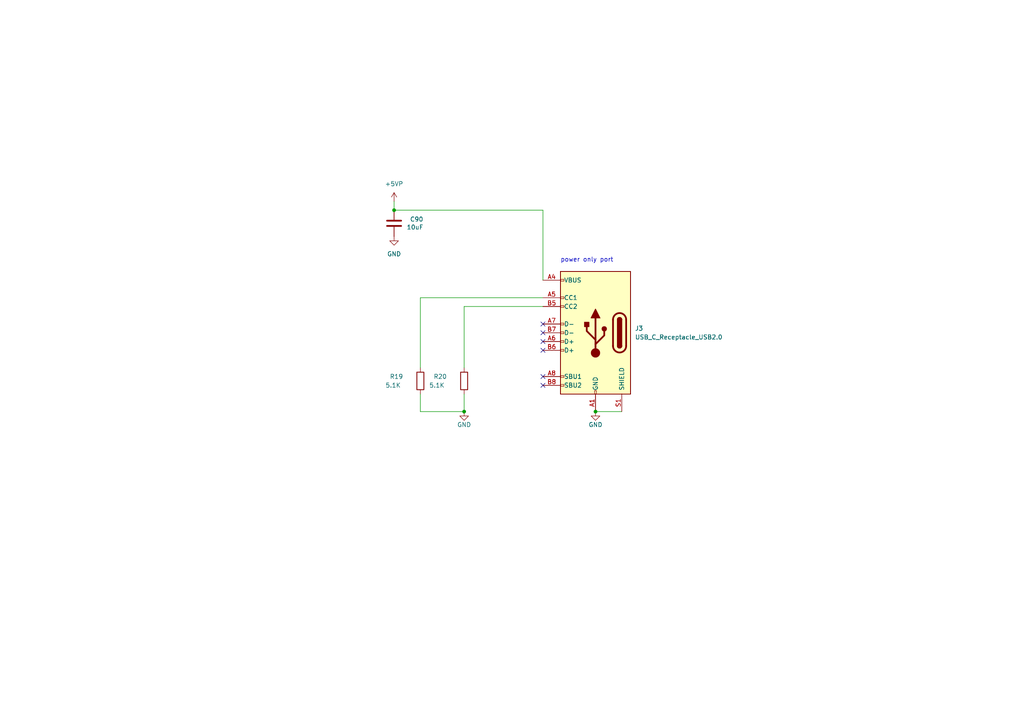
<source format=kicad_sch>
(kicad_sch (version 20231120) (generator "eeschema") (generator_version "8.0")
  (paper "A4")
  (title_block (title "USB Connector") (date "2024-06-09") (rev "R0.10") (company "Copyright 2024 Anhang Li, Wenting Zhang") (comment 2 "MERCHANTABILITY, SATISFACTORY QUALITY AND FITNESS FOR A PARTICULAR PURPOSE.") (comment 3 "This source is distributed WITHOUT ANY EXPRESS OR IMPLIED WARRANTY, INCLUDING OF") (comment 4 "This source describes Open Hardware and is licensed under the CERN-OHL-P v2."))
  (lib_symbols
    (symbol "Connector:USB_C_Receptacle_USB2.0" (pin_names (offset 1.016))
      (property "Reference" "J" (at -10.16 19.05 0))
      (property "Value" "USB_C_Receptacle_USB2.0" (at 19.05 19.05 0))
      (symbol "USB_C_Receptacle_USB2.0_0_0"
        (rectangle (start -0.254 -17.78) (end 0.254 -16.764))
        (rectangle (start 10.16 -14.986) (end 9.144 -15.494))
        (rectangle (start 10.16 -12.446) (end 9.144 -12.954))
        (rectangle (start 10.16 -4.826) (end 9.144 -5.334))
        (rectangle (start 10.16 -2.286) (end 9.144 -2.794))
        (rectangle (start 10.16 0.254) (end 9.144 -0.254))
        (rectangle (start 10.16 2.794) (end 9.144 2.286))
        (rectangle (start 10.16 7.874) (end 9.144 7.366))
        (rectangle (start 10.16 10.414) (end 9.144 9.906))
        (rectangle (start 10.16 15.494) (end 9.144 14.986))
      )
      (symbol "USB_C_Receptacle_USB2.0_0_1"
        (rectangle (start -10.16 17.78) (end 10.16 -17.78) (stroke (width 0.254)) (fill (type background)))
        (arc (start -8.89 -3.81) (mid -6.985 -5.7067) (end -5.08 -3.81) (stroke (width 0.508)))
        (arc (start -7.62 -3.81) (mid -6.985 -4.4423) (end -6.35 -3.81) (stroke (width 0.254)))
        (arc (start -7.62 -3.81) (mid -6.985 -4.4423) (end -6.35 -3.81) (stroke (width 0.254)) (fill (type outline)))
        (rectangle (start -7.62 -3.81) (end -6.35 3.81) (stroke (width 0.254)) (fill (type outline)))
        (arc (start -6.35 3.81) (mid -6.985 4.4423) (end -7.62 3.81) (stroke (width 0.254)))
        (arc (start -6.35 3.81) (mid -6.985 4.4423) (end -7.62 3.81) (stroke (width 0.254)) (fill (type outline)))
        (arc (start -5.08 3.81) (mid -6.985 5.7067) (end -8.89 3.81) (stroke (width 0.508)))
        (circle (center -2.54 1.143) (radius 0.635) (stroke (width 0.254)) (fill (type outline)))
        (circle (center 0 -5.842) (radius 1.27) (fill (type outline)))
        (polyline (pts (xy -8.89 -3.81) (xy -8.89 3.81)) (stroke (width 0.508)))
        (polyline (pts (xy -5.08 3.81) (xy -5.08 -3.81)) (stroke (width 0.508)))
        (polyline (pts (xy 0 -5.842) (xy 0 4.318)) (stroke (width 0.508)))
        (polyline (pts (xy 0 -3.302) (xy -2.54 -0.762) (xy -2.54 0.508)) (stroke (width 0.508)))
        (polyline (pts (xy 0 -2.032) (xy 2.54 0.508) (xy 2.54 1.778)) (stroke (width 0.508)))
        (polyline (pts (xy -1.27 4.318) (xy 0 6.858) (xy 1.27 4.318) (xy -1.27 4.318)) (stroke (width 0.254)) (fill (type outline)))
        (rectangle (start 1.905 1.778) (end 3.175 3.048) (stroke (width 0.254)) (fill (type outline)))
      )
      (symbol "USB_C_Receptacle_USB2.0_1_1"
        (pin passive line (at 0 -22.86 90) (length 5.08) (name "GND") (number "A1"))
        (pin passive line (at 0 -22.86 90) (length 5.08) hide (name "GND") (number "A12"))
        (pin passive line (at 15.24 15.24 180) (length 5.08) (name "VBUS") (number "A4"))
        (pin bidirectional line (at 15.24 10.16 180) (length 5.08) (name "CC1") (number "A5"))
        (pin bidirectional line (at 15.24 -2.54 180) (length 5.08) (name "D+") (number "A6"))
        (pin bidirectional line (at 15.24 2.54 180) (length 5.08) (name "D-") (number "A7"))
        (pin bidirectional line (at 15.24 -12.7 180) (length 5.08) (name "SBU1") (number "A8"))
        (pin passive line (at 15.24 15.24 180) (length 5.08) hide (name "VBUS") (number "A9"))
        (pin passive line (at 0 -22.86 90) (length 5.08) hide (name "GND") (number "B1"))
        (pin passive line (at 0 -22.86 90) (length 5.08) hide (name "GND") (number "B12"))
        (pin passive line (at 15.24 15.24 180) (length 5.08) hide (name "VBUS") (number "B4"))
        (pin bidirectional line (at 15.24 7.62 180) (length 5.08) (name "CC2") (number "B5"))
        (pin bidirectional line (at 15.24 -5.08 180) (length 5.08) (name "D+") (number "B6"))
        (pin bidirectional line (at 15.24 0 180) (length 5.08) (name "D-") (number "B7"))
        (pin bidirectional line (at 15.24 -15.24 180) (length 5.08) (name "SBU2") (number "B8"))
        (pin passive line (at 15.24 15.24 180) (length 5.08) hide (name "VBUS") (number "B9"))
        (pin passive line (at -7.62 -22.86 90) (length 5.08) (name "SHIELD") (number "S1"))
      )
    )
    (symbol "Device:C" (pin_numbers hide) (pin_names (offset 0.254))
      (property "Reference" "C" (at 0.635 2.54 0))
      (property "Value" "C" (at 0.635 -2.54 0))
      (symbol "C_0_1"
        (polyline (pts (xy -2.032 -0.762) (xy 2.032 -0.762)) (stroke (width 0.508)))
        (polyline (pts (xy -2.032 0.762) (xy 2.032 0.762)) (stroke (width 0.508)))
      )
      (symbol "C_1_1"
        (pin passive line (at 0 3.81 270) (length 2.794) (name "~") (number "1"))
        (pin passive line (at 0 -3.81 90) (length 2.794) (name "~") (number "2"))
      )
    )
    (symbol "Device:R" (pin_numbers hide) (pin_names (offset 0))
      (property "Reference" "R" (at 2.032 0 90))
      (property "Value" "R" (at 0 0 90))
      (symbol "R_0_1"
        (rectangle (start -1.016 -2.54) (end 1.016 2.54) (stroke (width 0.254)))
      )
      (symbol "R_1_1"
        (pin passive line (at 0 3.81 270) (length 1.27) (name "~") (number "1"))
        (pin passive line (at 0 -3.81 90) (length 1.27) (name "~") (number "2"))
      )
    )
    (symbol "power:+5VP" (power) (pin_names (offset 0))
      (property "Value" "+5VP" (at 0 3.556 0))
      (symbol "+5VP_0_1"
        (polyline (pts (xy -0.762 1.27) (xy 0 2.54)))
        (polyline (pts (xy 0 0) (xy 0 2.54)))
        (polyline (pts (xy 0 2.54) (xy 0.762 1.27)))
      )
      (symbol "+5VP_1_1"
        (pin power_in line (at 0 0 90) (length 0) hide (name "+5VP") (number "1"))
      )
    )
    (symbol "power:GND" (power) (pin_names (offset 0))
      (property "Value" "GND" (at 0 -3.81 0))
      (symbol "GND_0_1"
        (polyline (pts (xy 0 0) (xy 0 -1.27) (xy 1.27 -1.27) (xy 0 -2.54) (xy -1.27 -1.27) (xy 0 -1.27)))
      )
      (symbol "GND_1_1"
        (pin power_in line (at 0 0 270) (length 0) hide (name "GND") (number "1"))
      )
    )
  )
  (junction (at 114.3 60.96) (diameter 0.9144))
  (junction (at 172.72 119.38))
  (junction (at 134.62 119.38))
  (no_connect (at 157.48 101.6))
  (no_connect (at 157.48 109.22))
  (no_connect (at 157.48 111.76))
  (no_connect (at 157.48 99.06))
  (no_connect (at 157.48 96.52))
  (no_connect (at 157.48 93.98))
  (wire (pts (xy 121.92 114.3) (xy 121.92 119.38)))
  (wire (pts (xy 121.92 119.38) (xy 134.62 119.38)))
  (wire (pts (xy 134.62 114.3) (xy 134.62 119.38)))
  (wire (pts (xy 121.92 106.68) (xy 121.92 86.36)))
  (wire (pts (xy 134.62 88.9) (xy 157.48 88.9)))
  (wire (pts (xy 172.72 119.38) (xy 180.34 119.38)))
  (wire (pts (xy 157.48 60.96) (xy 157.48 81.28)))
  (wire (pts (xy 134.62 88.9) (xy 134.62 106.68)))
  (wire (pts (xy 121.92 86.36) (xy 157.48 86.36)))
  (wire (pts (xy 114.3 58.42) (xy 114.3 60.96)))
  (wire (pts (xy 114.3 60.96) (xy 157.48 60.96)))
  (text "power only port" (at 162.56 76.2 0) (effects (font (size 1.27 1.27)) (justify left bottom)))
  (symbol (lib_id "power:GND") (at 134.62 119.38 0) (unit 1)
    (property "Reference" "#PWR085" (effects (hide yes)))
    (property "Value" "GND" (at 134.62 123.19 0))
  )
  (symbol (lib_id "power:GND") (at 172.72 119.38 0) (unit 1)
    (property "Reference" "#PWR086" (effects (hide yes)))
    (property "Value" "GND" (at 172.72 123.19 0))
  )
  (symbol (lib_id "Connector:USB_C_Receptacle_USB2.0") (at 172.72 96.52 0) (mirror y) (unit 1)
    (property "Reference" "J3" (at 184.15 95.2499 0) (effects (justify right)))
    (property "Value" "USB_C_Receptacle_USB2.0" (at 184.15 97.7899 0) (effects (justify right)))
    (property "Footprint" "Connector_USB:USB_C_Receptacle_HRO_TYPE-C-31-M-12" (effects (hide yes)))
    (property "Datasheet" "https://www.usb.org/sites/default/files/documents/usb_type-c.zip" (effects (hide yes)))
  )
  (symbol (lib_id "Device:R") (at 134.62 110.49 0) (unit 1)
    (property "Reference" "R20" (at 125.73 109.22 0) (effects (justify left)))
    (property "Value" "5.1K" (at 124.46 111.76 0) (effects (justify left)))
    (property "Footprint" "Resistor_SMD:R_0402_1005Metric" (effects (hide yes)))
  )
  (symbol (lib_id "Device:C") (at 114.3 64.77 0) (mirror y) (unit 1)
    (property "Reference" "C90" (at 122.809 63.602 0) (effects (justify left)))
    (property "Value" "10uF" (at 122.809 65.913 0) (effects (justify left)))
    (property "Footprint" "Capacitor_SMD:C_0603_1608Metric" (effects (hide yes)))
  )
  (symbol (lib_id "power:+5VP") (at 114.3 58.42 0) (unit 1)
    (property "Reference" "#PWR075" (effects (hide yes)))
    (property "Value" "+5VP" (at 114.3 53.34 0))
  )
  (symbol (lib_id "Device:R") (at 121.92 110.49 0) (unit 1)
    (property "Reference" "R19" (at 113.03 109.22 0) (effects (justify left)))
    (property "Value" "5.1K" (at 111.76 111.76 0) (effects (justify left)))
    (property "Footprint" "Resistor_SMD:R_0402_1005Metric" (effects (hide yes)))
  )
  (symbol (lib_id "power:GND") (at 114.3 68.58 0) (mirror y) (unit 1)
    (property "Reference" "#PWR076" (effects (hide yes)))
    (property "Value" "GND" (at 114.3 73.66 0))
  )
)
</source>
